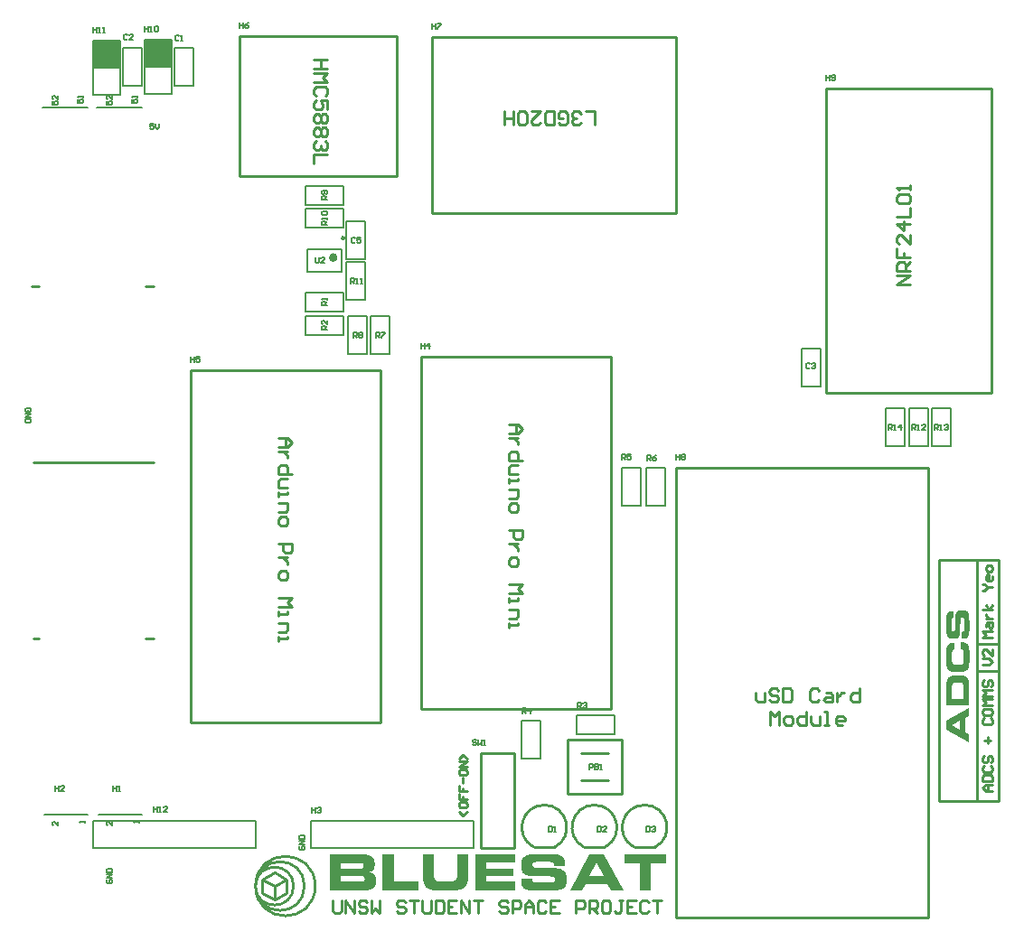
<source format=gto>
G04 Layer_Color=65535*
%FSLAX25Y25*%
%MOIN*%
G70*
G01*
G75*
%ADD13C,0.01000*%
%ADD27C,0.01575*%
%ADD28C,0.00984*%
%ADD29C,0.00787*%
%ADD30C,0.00800*%
%ADD31C,0.00500*%
%ADD32R,0.10000X0.09962*%
G36*
X-186881Y32153D02*
X-197284D01*
Y30029D01*
X-187428D01*
Y27295D01*
X-197284D01*
Y25171D01*
X-186647D01*
Y22000D01*
X-201345D01*
Y35214D01*
X-186881D01*
Y32153D01*
D02*
G37*
G36*
X-172808Y35355D02*
X-172526Y35339D01*
X-172261Y35324D01*
X-172011Y35308D01*
X-171792Y35277D01*
X-171574Y35246D01*
X-171386Y35230D01*
X-171230Y35199D01*
X-171074Y35168D01*
X-170949Y35136D01*
X-170855Y35121D01*
X-170777Y35105D01*
X-170714Y35090D01*
X-170683Y35074D01*
X-170668D01*
X-170308Y34965D01*
X-169996Y34824D01*
X-169730Y34699D01*
X-169527Y34574D01*
X-169355Y34449D01*
X-169231Y34355D01*
X-169168Y34293D01*
X-169137Y34277D01*
X-168949Y34074D01*
X-168809Y33871D01*
X-168684Y33668D01*
X-168606Y33465D01*
X-168543Y33293D01*
X-168496Y33168D01*
X-168465Y33075D01*
Y33059D01*
Y33043D01*
X-168418Y32778D01*
X-168371Y32497D01*
X-168340Y32231D01*
X-168325Y31997D01*
X-168309Y31778D01*
Y31606D01*
Y31544D01*
Y31513D01*
Y31481D01*
Y31466D01*
Y31044D01*
X-172370D01*
Y31294D01*
X-172386Y31388D01*
Y31481D01*
X-172401Y31559D01*
Y31606D01*
X-172417Y31637D01*
Y31653D01*
X-172479Y31825D01*
X-172558Y31966D01*
X-172636Y32044D01*
X-172651Y32075D01*
X-172667D01*
X-172745Y32137D01*
X-172839Y32184D01*
X-173026Y32262D01*
X-173120Y32294D01*
X-173198Y32309D01*
X-173245Y32325D01*
X-173260D01*
X-173417Y32356D01*
X-173589Y32387D01*
X-173776Y32403D01*
X-173948D01*
X-174104Y32419D01*
X-178837D01*
X-179087Y32403D01*
X-179306Y32387D01*
X-179508Y32340D01*
X-179665Y32294D01*
X-179790Y32247D01*
X-179883Y32215D01*
X-179946Y32184D01*
X-179962Y32169D01*
X-180102Y32059D01*
X-180196Y31934D01*
X-180274Y31809D01*
X-180321Y31684D01*
X-180352Y31575D01*
X-180368Y31481D01*
Y31419D01*
Y31388D01*
Y31231D01*
X-180352Y31091D01*
X-180321Y30981D01*
X-180289Y30888D01*
X-180274Y30810D01*
X-180243Y30747D01*
X-180227Y30716D01*
Y30700D01*
X-180165Y30622D01*
X-180071Y30544D01*
X-179852Y30435D01*
X-179759Y30404D01*
X-179665Y30372D01*
X-179602Y30357D01*
X-179587D01*
X-179368Y30325D01*
X-179134Y30294D01*
X-178899Y30263D01*
X-178665Y30247D01*
X-178446D01*
X-178275Y30232D01*
X-177728D01*
X-177306Y30216D01*
X-174698D01*
X-174307Y30200D01*
X-173948D01*
X-173604Y30185D01*
X-173276D01*
X-172979Y30169D01*
X-172714Y30154D01*
X-172479Y30138D01*
X-172276D01*
X-172089Y30122D01*
X-171933Y30107D01*
X-171824D01*
X-171730Y30091D01*
X-171667D01*
X-171386Y30060D01*
X-171136Y30044D01*
X-170886Y29997D01*
X-170652Y29966D01*
X-170449Y29919D01*
X-170246Y29873D01*
X-170074Y29826D01*
X-169918Y29779D01*
X-169762Y29732D01*
X-169637Y29685D01*
X-169543Y29654D01*
X-169449Y29623D01*
X-169387Y29591D01*
X-169340Y29560D01*
X-169309Y29544D01*
X-169293D01*
X-168996Y29357D01*
X-168746Y29154D01*
X-168543Y28951D01*
X-168371Y28748D01*
X-168262Y28560D01*
X-168168Y28404D01*
X-168137Y28342D01*
X-168122Y28295D01*
X-168106Y28279D01*
Y28264D01*
X-167997Y27936D01*
X-167903Y27561D01*
X-167840Y27186D01*
X-167809Y26827D01*
X-167794Y26655D01*
X-167778Y26499D01*
Y26358D01*
X-167762Y26233D01*
Y26139D01*
Y26061D01*
Y26014D01*
Y25999D01*
X-167778Y25515D01*
X-167809Y25093D01*
X-167856Y24734D01*
X-167872Y24562D01*
X-167903Y24421D01*
X-167934Y24281D01*
X-167950Y24171D01*
X-167981Y24078D01*
X-167997Y23999D01*
X-168012Y23921D01*
X-168028Y23874D01*
X-168043Y23859D01*
Y23843D01*
X-168168Y23562D01*
X-168325Y23297D01*
X-168481Y23093D01*
X-168653Y22906D01*
X-168809Y22765D01*
X-168934Y22656D01*
X-169027Y22594D01*
X-169043Y22578D01*
X-169059D01*
X-169355Y22422D01*
X-169668Y22297D01*
X-170012Y22203D01*
X-170324Y22125D01*
X-170621Y22062D01*
X-170746Y22047D01*
X-170839Y22031D01*
X-170933Y22016D01*
X-170996Y22000D01*
X-171058D01*
X-171308Y21969D01*
X-171574Y21953D01*
X-172120Y21922D01*
X-172667Y21891D01*
X-173198Y21875D01*
X-173667D01*
X-173854Y21859D01*
X-179774D01*
X-180227Y21875D01*
X-180633Y21906D01*
X-180821Y21922D01*
X-180977Y21937D01*
X-181133D01*
X-181258Y21953D01*
X-181383Y21969D01*
X-181477Y21984D01*
X-181555D01*
X-181602Y22000D01*
X-181649D01*
X-181992Y22062D01*
X-182320Y22156D01*
X-182586Y22250D01*
X-182820Y22328D01*
X-183007Y22422D01*
X-183148Y22484D01*
X-183226Y22531D01*
X-183257Y22547D01*
X-183476Y22718D01*
X-183648Y22890D01*
X-183804Y23078D01*
X-183945Y23250D01*
X-184038Y23406D01*
X-184101Y23531D01*
X-184148Y23609D01*
X-184163Y23640D01*
X-184257Y23921D01*
X-184319Y24202D01*
X-184382Y24499D01*
X-184413Y24780D01*
X-184429Y25030D01*
Y25140D01*
X-184444Y25233D01*
Y25296D01*
Y25358D01*
Y25390D01*
Y25405D01*
Y26327D01*
X-180383D01*
Y26139D01*
X-180368Y25967D01*
X-180352Y25827D01*
X-180321Y25702D01*
X-180305Y25608D01*
X-180289Y25546D01*
X-180274Y25499D01*
Y25483D01*
X-180180Y25280D01*
X-180071Y25140D01*
X-179977Y25062D01*
X-179962Y25030D01*
X-179946D01*
X-179774Y24937D01*
X-179587Y24874D01*
X-179508Y24859D01*
X-179446D01*
X-179415Y24843D01*
X-179399D01*
X-179134Y24827D01*
X-178899Y24812D01*
X-173432D01*
X-173229Y24827D01*
X-173042D01*
X-172823Y24859D01*
X-172636Y24905D01*
X-172573Y24937D01*
X-172526Y24952D01*
X-172495Y24968D01*
X-172479D01*
X-172308Y25077D01*
X-172183Y25186D01*
X-172120Y25280D01*
X-172089Y25296D01*
Y25311D01*
X-172042Y25405D01*
X-171995Y25499D01*
X-171949Y25702D01*
X-171933Y25780D01*
Y25858D01*
Y25905D01*
Y25921D01*
Y26077D01*
X-171964Y26217D01*
X-171980Y26327D01*
X-172011Y26421D01*
X-172042Y26499D01*
X-172058Y26545D01*
X-172089Y26577D01*
Y26592D01*
X-172167Y26686D01*
X-172276Y26764D01*
X-172386Y26827D01*
X-172511Y26873D01*
X-172636Y26920D01*
X-172730Y26952D01*
X-172792Y26967D01*
X-172823D01*
X-173057Y27014D01*
X-173339Y27045D01*
X-173620Y27077D01*
X-173901Y27092D01*
X-174151Y27108D01*
X-174260D01*
X-174354Y27123D01*
X-174760D01*
X-174994Y27139D01*
X-175510D01*
X-176025Y27155D01*
X-178446D01*
X-178821Y27170D01*
X-179181Y27186D01*
X-179493D01*
X-179805Y27202D01*
X-180071Y27217D01*
X-180321Y27233D01*
X-180540Y27248D01*
X-180743Y27264D01*
X-180899Y27280D01*
X-181039D01*
X-181149Y27295D01*
X-181227Y27311D01*
X-181289D01*
X-181758Y27389D01*
X-182180Y27483D01*
X-182523Y27576D01*
X-182679Y27623D01*
X-182820Y27686D01*
X-182929Y27733D01*
X-183039Y27779D01*
X-183132Y27811D01*
X-183211Y27842D01*
X-183257Y27873D01*
X-183304Y27904D01*
X-183320Y27920D01*
X-183335D01*
X-183570Y28092D01*
X-183773Y28295D01*
X-183929Y28498D01*
X-184054Y28685D01*
X-184132Y28857D01*
X-184195Y28998D01*
X-184226Y29092D01*
X-184241Y29107D01*
Y29123D01*
X-184304Y29435D01*
X-184351Y29763D01*
X-184382Y30107D01*
X-184398Y30419D01*
X-184413Y30700D01*
X-184429Y30810D01*
Y30919D01*
Y31013D01*
Y31075D01*
Y31106D01*
Y31122D01*
Y31450D01*
X-184413Y31762D01*
X-184398Y32044D01*
X-184366Y32294D01*
X-184351Y32497D01*
X-184335Y32653D01*
Y32715D01*
X-184319Y32762D01*
Y32778D01*
Y32793D01*
X-184257Y33075D01*
X-184179Y33340D01*
X-184070Y33559D01*
X-183960Y33762D01*
X-183867Y33918D01*
X-183773Y34043D01*
X-183710Y34106D01*
X-183695Y34137D01*
X-183476Y34340D01*
X-183226Y34512D01*
X-182961Y34668D01*
X-182711Y34793D01*
X-182476Y34887D01*
X-182367Y34933D01*
X-182273Y34965D01*
X-182211Y34996D01*
X-182148Y35012D01*
X-182117Y35027D01*
X-182102D01*
X-181883Y35090D01*
X-181664Y35136D01*
X-181180Y35230D01*
X-180680Y35293D01*
X-180196Y35324D01*
X-179977Y35339D01*
X-179774Y35355D01*
X-179587D01*
X-179415Y35371D01*
X-173120D01*
X-172808Y35355D01*
D02*
G37*
G36*
X-146863Y22000D02*
X-151377D01*
X-152642Y24343D01*
X-160858D01*
X-162045Y22000D01*
X-166575D01*
X-159421Y35214D01*
X-154142D01*
X-146863Y22000D01*
D02*
G37*
G36*
X-130962Y31934D02*
X-136647D01*
Y22000D01*
X-140708D01*
Y31934D01*
X-146410D01*
Y35214D01*
X-130962D01*
Y31934D01*
D02*
G37*
G36*
X-204063Y26702D02*
X-204079Y26249D01*
X-204126Y25827D01*
X-204188Y25436D01*
X-204266Y25077D01*
X-204360Y24749D01*
X-204485Y24452D01*
X-204594Y24171D01*
X-204719Y23937D01*
X-204844Y23718D01*
X-204954Y23531D01*
X-205063Y23390D01*
X-205172Y23250D01*
X-205250Y23156D01*
X-205313Y23093D01*
X-205360Y23046D01*
X-205375Y23031D01*
X-205641Y22828D01*
X-205922Y22640D01*
X-206250Y22484D01*
X-206578Y22359D01*
X-206906Y22234D01*
X-207250Y22141D01*
X-207593Y22062D01*
X-207921Y22000D01*
X-208249Y21953D01*
X-208546Y21922D01*
X-208812Y21891D01*
X-209046Y21875D01*
X-209233D01*
X-209374Y21859D01*
X-215310D01*
X-215825Y21875D01*
X-216294Y21906D01*
X-216731Y21969D01*
X-217137Y22047D01*
X-217512Y22125D01*
X-217856Y22234D01*
X-218152Y22344D01*
X-218418Y22453D01*
X-218668Y22562D01*
X-218871Y22656D01*
X-219043Y22765D01*
X-219183Y22843D01*
X-219293Y22922D01*
X-219371Y22984D01*
X-219418Y23015D01*
X-219433Y23031D01*
X-219668Y23265D01*
X-219855Y23531D01*
X-220027Y23812D01*
X-220183Y24109D01*
X-220308Y24406D01*
X-220417Y24718D01*
X-220495Y25015D01*
X-220573Y25311D01*
X-220620Y25593D01*
X-220667Y25858D01*
X-220683Y26092D01*
X-220714Y26296D01*
Y26467D01*
X-220730Y26592D01*
Y26670D01*
Y26702D01*
Y35214D01*
X-216669D01*
Y27576D01*
Y27342D01*
X-216653Y27139D01*
X-216622Y26936D01*
X-216590Y26764D01*
X-216559Y26592D01*
X-216512Y26452D01*
X-216419Y26202D01*
X-216325Y26014D01*
X-216247Y25889D01*
X-216184Y25811D01*
X-216169Y25780D01*
X-216059Y25686D01*
X-215950Y25608D01*
X-215685Y25468D01*
X-215388Y25374D01*
X-215107Y25311D01*
X-214841Y25280D01*
X-214716Y25265D01*
X-214622D01*
X-214529Y25249D01*
X-210171D01*
X-209952Y25265D01*
X-209765Y25296D01*
X-209593Y25327D01*
X-209436Y25374D01*
X-209296Y25421D01*
X-209046Y25515D01*
X-208874Y25608D01*
X-208734Y25702D01*
X-208671Y25764D01*
X-208640Y25780D01*
X-208546Y25889D01*
X-208468Y26014D01*
X-208343Y26280D01*
X-208249Y26577D01*
X-208187Y26873D01*
X-208156Y27155D01*
X-208140Y27264D01*
X-208124Y27373D01*
Y27451D01*
Y27514D01*
Y27561D01*
Y27576D01*
Y35214D01*
X-204063D01*
Y26702D01*
D02*
G37*
G36*
X-19333Y86235D02*
X-20809Y85438D01*
Y80262D01*
X-19333Y79514D01*
Y76661D01*
X-27657Y81168D01*
Y84493D01*
X-19333Y89079D01*
Y86235D01*
D02*
G37*
G36*
X-21547Y113443D02*
X-21370Y113433D01*
X-21202Y113413D01*
X-21055Y113393D01*
X-20927Y113364D01*
X-20838Y113344D01*
X-20779Y113334D01*
X-20769Y113325D01*
X-20760D01*
X-20592Y113275D01*
X-20445Y113207D01*
X-20307Y113128D01*
X-20189Y113059D01*
X-20100Y112980D01*
X-20022Y112931D01*
X-19982Y112892D01*
X-19963Y112872D01*
X-19844Y112734D01*
X-19736Y112587D01*
X-19648Y112429D01*
X-19569Y112282D01*
X-19510Y112144D01*
X-19470Y112036D01*
X-19451Y111996D01*
X-19441Y111967D01*
X-19431Y111947D01*
Y111937D01*
X-19372Y111701D01*
X-19323Y111435D01*
X-19293Y111179D01*
X-19264Y110933D01*
Y110815D01*
X-19254Y110707D01*
Y110619D01*
X-19244Y110530D01*
Y110461D01*
Y110412D01*
Y110382D01*
Y110373D01*
Y106260D01*
X-19254Y105945D01*
X-19264Y105649D01*
X-19284Y105394D01*
X-19293Y105275D01*
X-19303Y105167D01*
X-19313Y105059D01*
X-19323Y104980D01*
X-19333Y104902D01*
X-19343Y104833D01*
X-19352Y104783D01*
X-19362Y104744D01*
Y104724D01*
Y104715D01*
X-19421Y104469D01*
X-19490Y104242D01*
X-19569Y104045D01*
X-19638Y103878D01*
X-19716Y103740D01*
X-19776Y103642D01*
X-19795Y103603D01*
X-19815Y103573D01*
X-19825Y103563D01*
Y103553D01*
X-19963Y103386D01*
X-20110Y103239D01*
X-20268Y103121D01*
X-20415Y103022D01*
X-20553Y102934D01*
X-20651Y102884D01*
X-20691Y102865D01*
X-20720Y102845D01*
X-20740Y102835D01*
X-20750D01*
X-20986Y102756D01*
X-21232Y102697D01*
X-21478Y102648D01*
X-21724Y102619D01*
X-21832Y102609D01*
X-21930Y102599D01*
X-22019D01*
X-22098Y102589D01*
X-24735D01*
X-25060Y102599D01*
X-25355Y102629D01*
X-25483Y102648D01*
X-25611Y102668D01*
X-25719Y102688D01*
X-25827Y102717D01*
X-25916Y102737D01*
X-25994Y102756D01*
X-26073Y102776D01*
X-26122Y102796D01*
X-26172Y102815D01*
X-26201Y102825D01*
X-26221Y102835D01*
X-26231D01*
X-26437Y102934D01*
X-26624Y103052D01*
X-26782Y103170D01*
X-26919Y103288D01*
X-27018Y103396D01*
X-27097Y103475D01*
X-27136Y103534D01*
X-27156Y103544D01*
Y103553D01*
X-27274Y103740D01*
X-27372Y103937D01*
X-27461Y104134D01*
X-27520Y104311D01*
X-27569Y104478D01*
X-27588Y104547D01*
X-27598Y104596D01*
X-27618Y104646D01*
Y104685D01*
X-27628Y104705D01*
Y104715D01*
X-27667Y104980D01*
X-27707Y105246D01*
X-27726Y105502D01*
X-27736Y105738D01*
X-27746Y105846D01*
Y105945D01*
X-27756Y106033D01*
Y106102D01*
Y106171D01*
Y106210D01*
Y106240D01*
Y106250D01*
Y109261D01*
Y109507D01*
X-27746Y109743D01*
X-27736Y109959D01*
X-27726Y110166D01*
X-27716Y110363D01*
X-27707Y110540D01*
X-27687Y110697D01*
X-27677Y110845D01*
X-27657Y110983D01*
X-27638Y111101D01*
X-27628Y111199D01*
X-27618Y111278D01*
X-27608Y111337D01*
X-27598Y111386D01*
X-27588Y111416D01*
Y111425D01*
X-27520Y111711D01*
X-27441Y111967D01*
X-27352Y112173D01*
X-27264Y112350D01*
X-27185Y112488D01*
X-27116Y112587D01*
X-27077Y112646D01*
X-27057Y112665D01*
X-26910Y112813D01*
X-26752Y112941D01*
X-26595Y113029D01*
X-26437Y113108D01*
X-26300Y113167D01*
X-26191Y113197D01*
X-26152Y113216D01*
X-26122D01*
X-26103Y113226D01*
X-26093D01*
X-25857Y113266D01*
X-25611Y113295D01*
X-25365Y113325D01*
X-25138Y113334D01*
X-25030D01*
X-24932Y113344D01*
X-24617D01*
Y110786D01*
X-24843D01*
X-25001Y110776D01*
X-25128Y110737D01*
X-25237Y110687D01*
X-25315Y110628D01*
X-25384Y110569D01*
X-25424Y110520D01*
X-25443Y110481D01*
X-25453Y110471D01*
X-25512Y110343D01*
X-25552Y110196D01*
X-25581Y110048D01*
X-25601Y109910D01*
X-25611Y109782D01*
X-25620Y109684D01*
Y109644D01*
Y109615D01*
Y109595D01*
Y109585D01*
Y106810D01*
Y106624D01*
X-25601Y106466D01*
X-25581Y106328D01*
X-25561Y106210D01*
X-25542Y106112D01*
X-25522Y106043D01*
X-25512Y106004D01*
X-25502Y105984D01*
X-25453Y105876D01*
X-25404Y105777D01*
X-25345Y105699D01*
X-25296Y105630D01*
X-25247Y105571D01*
X-25207Y105531D01*
X-25178Y105512D01*
X-25168Y105502D01*
X-25079Y105443D01*
X-24991Y105394D01*
X-24912Y105354D01*
X-24824Y105325D01*
X-24755Y105305D01*
X-24696Y105285D01*
X-24656Y105275D01*
X-24646D01*
X-24410Y105246D01*
X-24292Y105226D01*
X-24184D01*
X-24085Y105216D01*
X-22885D01*
X-22737Y105226D01*
X-22610Y105236D01*
X-22491Y105246D01*
X-22403D01*
X-22334Y105256D01*
X-22295Y105266D01*
X-22275D01*
X-22157Y105295D01*
X-22058Y105325D01*
X-21970Y105364D01*
X-21891Y105394D01*
X-21832Y105433D01*
X-21793Y105453D01*
X-21763Y105472D01*
X-21753Y105482D01*
X-21685Y105551D01*
X-21625Y105620D01*
X-21537Y105768D01*
X-21507Y105836D01*
X-21488Y105886D01*
X-21468Y105925D01*
Y105935D01*
X-21439Y106053D01*
X-21419Y106171D01*
X-21399Y106299D01*
X-21389Y106407D01*
Y106515D01*
X-21380Y106594D01*
Y106653D01*
Y106673D01*
Y109398D01*
Y109546D01*
X-21389Y109684D01*
Y109812D01*
X-21399Y109910D01*
Y109999D01*
X-21409Y110058D01*
Y110097D01*
Y110107D01*
X-21429Y110205D01*
X-21448Y110294D01*
X-21478Y110373D01*
X-21507Y110442D01*
X-21527Y110491D01*
X-21547Y110530D01*
X-21566Y110550D01*
Y110560D01*
X-21616Y110619D01*
X-21675Y110678D01*
X-21783Y110756D01*
X-21832Y110786D01*
X-21871Y110806D01*
X-21901Y110815D01*
X-21911D01*
X-21999Y110845D01*
X-22098Y110865D01*
X-22206Y110874D01*
X-22304Y110884D01*
X-22383Y110894D01*
X-22521D01*
Y113452D01*
X-21744D01*
X-21547Y113443D01*
D02*
G37*
G36*
Y125329D02*
X-21281Y125310D01*
X-21055Y125280D01*
X-20946Y125270D01*
X-20858Y125251D01*
X-20769Y125231D01*
X-20700Y125221D01*
X-20641Y125201D01*
X-20592Y125192D01*
X-20543Y125182D01*
X-20514Y125172D01*
X-20504Y125162D01*
X-20494D01*
X-20317Y125083D01*
X-20150Y124985D01*
X-20022Y124887D01*
X-19904Y124778D01*
X-19815Y124680D01*
X-19746Y124601D01*
X-19707Y124542D01*
X-19697Y124532D01*
Y124522D01*
X-19598Y124336D01*
X-19520Y124139D01*
X-19461Y123922D01*
X-19411Y123725D01*
X-19372Y123538D01*
X-19362Y123460D01*
X-19352Y123401D01*
X-19343Y123342D01*
X-19333Y123302D01*
Y123273D01*
Y123263D01*
X-19313Y123106D01*
X-19303Y122938D01*
X-19284Y122594D01*
X-19264Y122249D01*
X-19254Y121915D01*
Y121767D01*
Y121620D01*
X-19244Y121502D01*
Y121393D01*
Y121305D01*
Y121236D01*
Y121197D01*
Y121177D01*
Y118087D01*
Y117772D01*
X-19254Y117487D01*
X-19274Y117231D01*
X-19284Y117113D01*
X-19293Y117015D01*
Y116916D01*
X-19303Y116838D01*
X-19313Y116759D01*
X-19323Y116700D01*
Y116650D01*
X-19333Y116621D01*
Y116601D01*
Y116592D01*
X-19372Y116375D01*
X-19431Y116168D01*
X-19490Y116001D01*
X-19539Y115854D01*
X-19598Y115735D01*
X-19638Y115647D01*
X-19667Y115598D01*
X-19677Y115578D01*
X-19785Y115440D01*
X-19894Y115332D01*
X-20012Y115234D01*
X-20120Y115145D01*
X-20218Y115086D01*
X-20297Y115047D01*
X-20346Y115017D01*
X-20366Y115007D01*
X-20543Y114948D01*
X-20720Y114909D01*
X-20907Y114869D01*
X-21084Y114850D01*
X-21242Y114840D01*
X-21311D01*
X-21370Y114830D01*
X-22058D01*
Y117388D01*
X-21940D01*
X-21832Y117398D01*
X-21744Y117408D01*
X-21665Y117428D01*
X-21606Y117438D01*
X-21566Y117448D01*
X-21537Y117457D01*
X-21527D01*
X-21399Y117516D01*
X-21311Y117585D01*
X-21261Y117644D01*
X-21242Y117654D01*
Y117664D01*
X-21183Y117772D01*
X-21143Y117890D01*
X-21134Y117940D01*
Y117979D01*
X-21124Y117999D01*
Y118008D01*
X-21114Y118176D01*
X-21104Y118323D01*
Y118392D01*
Y118441D01*
Y118481D01*
Y118491D01*
Y121620D01*
Y121767D01*
X-21114Y121895D01*
Y121944D01*
Y121984D01*
Y122003D01*
Y122013D01*
X-21134Y122151D01*
X-21163Y122269D01*
X-21183Y122309D01*
X-21192Y122338D01*
X-21202Y122358D01*
Y122368D01*
X-21271Y122476D01*
X-21340Y122555D01*
X-21399Y122594D01*
X-21409Y122614D01*
X-21419D01*
X-21478Y122643D01*
X-21537Y122673D01*
X-21665Y122702D01*
X-21714Y122712D01*
X-21901D01*
X-21990Y122692D01*
X-22058Y122682D01*
X-22118Y122663D01*
X-22167Y122643D01*
X-22196Y122633D01*
X-22216Y122614D01*
X-22226D01*
X-22285Y122564D01*
X-22334Y122495D01*
X-22373Y122427D01*
X-22403Y122348D01*
X-22432Y122269D01*
X-22452Y122210D01*
X-22462Y122171D01*
Y122151D01*
X-22491Y122003D01*
X-22511Y121826D01*
X-22531Y121649D01*
X-22541Y121472D01*
X-22550Y121315D01*
Y121246D01*
X-22560Y121187D01*
Y121138D01*
Y121098D01*
Y121079D01*
Y121069D01*
Y120931D01*
X-22570Y120783D01*
Y120459D01*
X-22580Y120134D01*
Y119829D01*
Y119681D01*
Y119544D01*
Y119425D01*
Y119327D01*
Y119238D01*
Y119179D01*
Y119130D01*
Y119120D01*
Y118855D01*
Y118609D01*
X-22590Y118372D01*
X-22600Y118146D01*
Y117949D01*
X-22610Y117753D01*
X-22619Y117585D01*
X-22629Y117428D01*
X-22639Y117290D01*
X-22649Y117162D01*
X-22659Y117064D01*
Y116975D01*
X-22669Y116906D01*
X-22678Y116857D01*
Y116828D01*
Y116818D01*
X-22728Y116523D01*
X-22787Y116257D01*
X-22846Y116040D01*
X-22875Y115942D01*
X-22915Y115854D01*
X-22944Y115785D01*
X-22974Y115716D01*
X-22993Y115657D01*
X-23013Y115608D01*
X-23033Y115578D01*
X-23052Y115548D01*
X-23062Y115539D01*
Y115529D01*
X-23170Y115381D01*
X-23298Y115253D01*
X-23426Y115155D01*
X-23544Y115076D01*
X-23652Y115027D01*
X-23741Y114988D01*
X-23800Y114968D01*
X-23810Y114958D01*
X-23820D01*
X-24017Y114919D01*
X-24223Y114889D01*
X-24440Y114869D01*
X-24636Y114860D01*
X-24814Y114850D01*
X-24882Y114840D01*
X-25286D01*
X-25483Y114850D01*
X-25660Y114860D01*
X-25817Y114879D01*
X-25945Y114889D01*
X-26044Y114899D01*
X-26083D01*
X-26112Y114909D01*
X-26132D01*
X-26309Y114948D01*
X-26477Y114997D01*
X-26614Y115066D01*
X-26742Y115135D01*
X-26841Y115194D01*
X-26919Y115253D01*
X-26959Y115293D01*
X-26978Y115302D01*
X-27106Y115440D01*
X-27215Y115598D01*
X-27313Y115765D01*
X-27392Y115922D01*
X-27451Y116070D01*
X-27480Y116139D01*
X-27500Y116198D01*
X-27520Y116237D01*
X-27529Y116277D01*
X-27539Y116296D01*
Y116306D01*
X-27579Y116444D01*
X-27608Y116582D01*
X-27667Y116887D01*
X-27707Y117202D01*
X-27726Y117507D01*
X-27736Y117644D01*
X-27746Y117772D01*
Y117890D01*
X-27756Y117999D01*
Y118077D01*
Y118146D01*
Y118186D01*
Y118195D01*
Y121767D01*
Y121964D01*
X-27746Y122161D01*
X-27736Y122338D01*
X-27726Y122505D01*
X-27716Y122663D01*
X-27697Y122801D01*
X-27677Y122938D01*
X-27667Y123056D01*
X-27648Y123155D01*
X-27628Y123253D01*
X-27608Y123332D01*
X-27598Y123391D01*
X-27588Y123440D01*
X-27579Y123479D01*
X-27569Y123499D01*
Y123509D01*
X-27500Y123735D01*
X-27411Y123932D01*
X-27333Y124099D01*
X-27254Y124227D01*
X-27175Y124336D01*
X-27116Y124414D01*
X-27077Y124454D01*
X-27067Y124473D01*
X-26939Y124591D01*
X-26811Y124680D01*
X-26683Y124759D01*
X-26555Y124808D01*
X-26447Y124847D01*
X-26368Y124877D01*
X-26309Y124896D01*
X-26290D01*
X-26122Y124926D01*
X-25945Y124955D01*
X-25778Y124975D01*
X-25630Y124985D01*
X-25493Y124995D01*
X-25030D01*
Y122436D01*
X-25188D01*
X-25247Y122427D01*
X-25306D01*
X-25355Y122417D01*
X-25384D01*
X-25404Y122407D01*
X-25414D01*
X-25522Y122368D01*
X-25611Y122318D01*
X-25660Y122269D01*
X-25680Y122259D01*
Y122249D01*
X-25719Y122200D01*
X-25748Y122141D01*
X-25798Y122023D01*
X-25817Y121964D01*
X-25827Y121915D01*
X-25837Y121885D01*
Y121876D01*
X-25857Y121777D01*
X-25876Y121669D01*
X-25886Y121551D01*
Y121443D01*
X-25896Y121344D01*
Y121256D01*
Y121206D01*
Y121197D01*
Y121187D01*
Y118363D01*
X-25886Y118205D01*
X-25876Y118068D01*
X-25847Y117940D01*
X-25817Y117841D01*
X-25788Y117762D01*
X-25768Y117703D01*
X-25748Y117664D01*
X-25739Y117654D01*
X-25670Y117566D01*
X-25591Y117507D01*
X-25512Y117457D01*
X-25434Y117428D01*
X-25365Y117408D01*
X-25306Y117398D01*
X-25148D01*
X-25060Y117408D01*
X-24991Y117428D01*
X-24932Y117448D01*
X-24882Y117457D01*
X-24843Y117477D01*
X-24824Y117487D01*
X-24814D01*
X-24764Y117526D01*
X-24715Y117585D01*
X-24646Y117723D01*
X-24627Y117782D01*
X-24607Y117841D01*
X-24597Y117880D01*
Y117890D01*
X-24577Y118028D01*
X-24558Y118176D01*
X-24538Y118323D01*
X-24528Y118471D01*
Y118609D01*
X-24518Y118717D01*
Y118756D01*
Y118786D01*
Y118806D01*
Y118815D01*
Y118933D01*
Y119061D01*
X-24509Y119327D01*
Y119593D01*
Y119849D01*
Y119976D01*
Y120085D01*
Y120183D01*
Y120272D01*
Y120341D01*
Y120390D01*
Y120429D01*
Y120439D01*
Y120714D01*
Y120970D01*
X-24499Y121216D01*
Y121443D01*
X-24489Y121659D01*
Y121866D01*
X-24479Y122053D01*
X-24469Y122220D01*
X-24459Y122368D01*
Y122495D01*
X-24450Y122614D01*
X-24440Y122712D01*
Y122781D01*
X-24430Y122840D01*
Y122869D01*
Y122879D01*
X-24410Y123056D01*
X-24400Y123214D01*
X-24371Y123371D01*
X-24351Y123519D01*
X-24322Y123647D01*
X-24292Y123775D01*
X-24263Y123883D01*
X-24233Y123981D01*
X-24204Y124080D01*
X-24174Y124158D01*
X-24154Y124217D01*
X-24135Y124276D01*
X-24115Y124316D01*
X-24095Y124345D01*
X-24085Y124365D01*
Y124375D01*
X-23967Y124562D01*
X-23840Y124719D01*
X-23712Y124847D01*
X-23584Y124955D01*
X-23466Y125024D01*
X-23367Y125083D01*
X-23328Y125103D01*
X-23298Y125113D01*
X-23288Y125123D01*
X-23279D01*
X-23072Y125192D01*
X-22836Y125251D01*
X-22600Y125290D01*
X-22373Y125310D01*
X-22265Y125320D01*
X-22167Y125329D01*
X-22078D01*
X-21999Y125339D01*
X-21852D01*
X-21547Y125329D01*
D02*
G37*
G36*
X-242473Y35183D02*
X-242113Y35152D01*
X-241817Y35121D01*
X-241676Y35105D01*
X-241551Y35090D01*
X-241458Y35074D01*
X-241364Y35058D01*
X-241301Y35043D01*
X-241254D01*
X-241223Y35027D01*
X-241208D01*
X-240880Y34949D01*
X-240583Y34871D01*
X-240333Y34762D01*
X-240114Y34668D01*
X-239942Y34590D01*
X-239817Y34512D01*
X-239739Y34465D01*
X-239708Y34449D01*
X-239489Y34293D01*
X-239302Y34106D01*
X-239146Y33934D01*
X-239021Y33762D01*
X-238927Y33606D01*
X-238864Y33481D01*
X-238818Y33403D01*
X-238802Y33387D01*
Y33371D01*
X-238708Y33121D01*
X-238630Y32840D01*
X-238583Y32575D01*
X-238537Y32309D01*
X-238521Y32090D01*
X-238505Y31903D01*
Y31841D01*
Y31794D01*
Y31762D01*
Y31747D01*
Y31435D01*
X-238537Y31169D01*
X-238552Y30935D01*
X-238583Y30732D01*
X-238615Y30575D01*
X-238630Y30450D01*
X-238662Y30388D01*
Y30357D01*
X-238724Y30169D01*
X-238786Y29997D01*
X-238849Y29857D01*
X-238911Y29732D01*
X-238974Y29623D01*
X-239021Y29560D01*
X-239052Y29513D01*
X-239068Y29498D01*
X-239271Y29279D01*
X-239474Y29123D01*
X-239567Y29076D01*
X-239630Y29029D01*
X-239677Y29013D01*
X-239692Y28998D01*
X-239958Y28888D01*
X-240099Y28842D01*
X-240224Y28795D01*
X-240317Y28763D01*
X-240395Y28732D01*
X-240458Y28717D01*
X-240473D01*
Y28654D01*
X-240239Y28623D01*
X-240005Y28576D01*
X-239802Y28514D01*
X-239614Y28451D01*
X-239442Y28373D01*
X-239302Y28295D01*
X-239161Y28217D01*
X-239036Y28139D01*
X-238849Y27998D01*
X-238708Y27873D01*
X-238630Y27779D01*
X-238599Y27764D01*
Y27748D01*
X-238505Y27608D01*
X-238412Y27436D01*
X-238271Y27077D01*
X-238177Y26702D01*
X-238099Y26342D01*
X-238068Y26014D01*
X-238052Y25874D01*
Y25749D01*
X-238037Y25640D01*
Y25561D01*
Y25515D01*
Y25499D01*
X-238052Y25108D01*
X-238084Y24765D01*
X-238130Y24452D01*
X-238193Y24202D01*
X-238255Y23999D01*
X-238302Y23843D01*
X-238334Y23749D01*
X-238349Y23734D01*
Y23718D01*
X-238474Y23468D01*
X-238599Y23265D01*
X-238740Y23078D01*
X-238880Y22922D01*
X-239005Y22797D01*
X-239099Y22718D01*
X-239161Y22656D01*
X-239193Y22640D01*
X-239396Y22515D01*
X-239614Y22406D01*
X-239833Y22312D01*
X-240036Y22250D01*
X-240208Y22187D01*
X-240348Y22156D01*
X-240442Y22125D01*
X-240473D01*
X-241036Y22047D01*
X-241301Y22031D01*
X-241551Y22016D01*
X-241770Y22000D01*
X-255000D01*
Y35214D01*
X-242879D01*
X-242473Y35183D01*
D02*
G37*
G36*
X-231554Y25390D02*
X-222448D01*
Y22000D01*
X-235616D01*
Y35214D01*
X-231554D01*
Y25390D01*
D02*
G37*
G36*
X-21950Y101221D02*
X-21694Y101202D01*
X-21468Y101172D01*
X-21281Y101143D01*
X-21192Y101123D01*
X-21124Y101103D01*
X-21055Y101084D01*
X-21006Y101074D01*
X-20966Y101064D01*
X-20937Y101054D01*
X-20917Y101044D01*
X-20907D01*
X-20710Y100966D01*
X-20533Y100877D01*
X-20376Y100779D01*
X-20248Y100680D01*
X-20140Y100592D01*
X-20071Y100523D01*
X-20022Y100474D01*
X-20002Y100454D01*
X-19874Y100296D01*
X-19776Y100119D01*
X-19687Y99942D01*
X-19618Y99775D01*
X-19559Y99617D01*
X-19539Y99558D01*
X-19520Y99499D01*
X-19510Y99450D01*
X-19500Y99421D01*
X-19490Y99401D01*
Y99391D01*
X-19441Y99135D01*
X-19402Y98860D01*
X-19372Y98594D01*
X-19352Y98338D01*
X-19343Y98220D01*
Y98112D01*
Y98023D01*
X-19333Y97935D01*
Y97866D01*
Y97817D01*
Y97787D01*
Y97777D01*
Y90073D01*
X-27657D01*
Y97777D01*
X-27648Y98122D01*
X-27628Y98437D01*
X-27618Y98574D01*
X-27608Y98712D01*
X-27588Y98830D01*
X-27579Y98939D01*
X-27559Y99047D01*
X-27539Y99135D01*
X-27529Y99214D01*
X-27520Y99273D01*
X-27510Y99322D01*
X-27500Y99362D01*
X-27490Y99381D01*
Y99391D01*
X-27421Y99627D01*
X-27343Y99834D01*
X-27264Y100021D01*
X-27175Y100169D01*
X-27097Y100296D01*
X-27038Y100385D01*
X-26998Y100434D01*
X-26978Y100454D01*
X-26841Y100601D01*
X-26693Y100720D01*
X-26546Y100818D01*
X-26398Y100907D01*
X-26270Y100966D01*
X-26162Y101015D01*
X-26132Y101025D01*
X-26103Y101034D01*
X-26083Y101044D01*
X-26073D01*
X-25857Y101103D01*
X-25630Y101153D01*
X-25414Y101182D01*
X-25207Y101212D01*
X-25030Y101221D01*
X-24951D01*
X-24882Y101231D01*
X-22226D01*
X-21950Y101221D01*
D02*
G37*
%LPC*%
G36*
X-156781Y32137D02*
X-159343Y27186D01*
X-154157D01*
X-156781Y32137D01*
D02*
G37*
G36*
X-22600Y84484D02*
X-25719Y82830D01*
X-22600Y81217D01*
Y84484D01*
D02*
G37*
G36*
X-243675Y32044D02*
X-250939D01*
Y29982D01*
X-243769D01*
X-243566Y29997D01*
X-243379Y30013D01*
X-243238Y30044D01*
X-243113Y30091D01*
X-243004Y30138D01*
X-242941Y30169D01*
X-242895Y30185D01*
X-242879Y30200D01*
X-242770Y30310D01*
X-242691Y30419D01*
X-242645Y30560D01*
X-242598Y30685D01*
X-242582Y30810D01*
X-242566Y30903D01*
Y30966D01*
Y30997D01*
X-242582Y31200D01*
X-242613Y31372D01*
X-242660Y31513D01*
X-242723Y31622D01*
X-242785Y31700D01*
X-242832Y31762D01*
X-242863Y31794D01*
X-242879Y31809D01*
X-243004Y31888D01*
X-243144Y31950D01*
X-243301Y31981D01*
X-243441Y32012D01*
X-243566Y32028D01*
X-243675Y32044D01*
D02*
G37*
G36*
X-243566Y27248D02*
X-250939D01*
Y25171D01*
X-243675D01*
X-243441Y25186D01*
X-243238Y25202D01*
X-243051Y25233D01*
X-242895Y25265D01*
X-242770Y25296D01*
X-242691Y25327D01*
X-242629Y25358D01*
X-242613D01*
X-242473Y25452D01*
X-242379Y25561D01*
X-242301Y25686D01*
X-242254Y25827D01*
X-242223Y25936D01*
X-242207Y26046D01*
Y26108D01*
Y26139D01*
X-242223Y26374D01*
X-242270Y26561D01*
X-242332Y26717D01*
X-242410Y26842D01*
X-242488Y26920D01*
X-242551Y26983D01*
X-242598Y27014D01*
X-242613Y27030D01*
X-242770Y27108D01*
X-242957Y27155D01*
X-243129Y27202D01*
X-243301Y27217D01*
X-243441Y27233D01*
X-243566Y27248D01*
D02*
G37*
G36*
X-22806Y98673D02*
X-24243D01*
X-24390Y98663D01*
X-24518Y98643D01*
X-24627Y98633D01*
X-24705Y98614D01*
X-24774Y98594D01*
X-24814Y98584D01*
X-24824D01*
X-24932Y98545D01*
X-25020Y98506D01*
X-25099Y98466D01*
X-25158Y98417D01*
X-25207Y98378D01*
X-25247Y98348D01*
X-25266Y98328D01*
X-25276Y98319D01*
X-25335Y98250D01*
X-25384Y98171D01*
X-25453Y98014D01*
X-25483Y97945D01*
X-25502Y97895D01*
X-25512Y97856D01*
Y97846D01*
X-25542Y97738D01*
X-25561Y97620D01*
X-25571Y97502D01*
X-25581Y97394D01*
X-25591Y97295D01*
Y97216D01*
Y97167D01*
Y97148D01*
Y92631D01*
X-21468D01*
Y97148D01*
Y97295D01*
X-21478Y97433D01*
X-21488Y97551D01*
X-21507Y97650D01*
X-21517Y97738D01*
X-21527Y97797D01*
X-21537Y97836D01*
Y97846D01*
X-21566Y97954D01*
X-21606Y98043D01*
X-21635Y98122D01*
X-21675Y98191D01*
X-21714Y98250D01*
X-21734Y98289D01*
X-21753Y98309D01*
X-21763Y98319D01*
X-21832Y98378D01*
X-21901Y98437D01*
X-22049Y98515D01*
X-22118Y98545D01*
X-22167Y98565D01*
X-22206Y98584D01*
X-22216D01*
X-22334Y98614D01*
X-22462Y98633D01*
X-22580Y98653D01*
X-22698Y98663D01*
X-22806Y98673D01*
D02*
G37*
%LPD*%
D13*
X-268500Y23500D02*
G03*
X-268500Y23500I-7000J0D01*
G01*
X-264500D02*
G03*
X-264500Y23500I-9000J0D01*
G01*
X-260500D02*
G03*
X-260500Y23500I-11000J0D01*
G01*
X-135176Y37839D02*
G03*
X-142851Y37853I-3824J7330D01*
G01*
X-153676Y37839D02*
G03*
X-161351Y37853I-3824J7330D01*
G01*
X-172176Y37839D02*
G03*
X-179851Y37853I-3824J7330D01*
G01*
X-30500Y55000D02*
Y144000D01*
X-16500Y103000D02*
X-8500D01*
X-323000Y115000D02*
X-320000D01*
X-364500D02*
X-362500D01*
X-323000Y245000D02*
X-320000D01*
X-365000D02*
X-362500D01*
X-364500Y180000D02*
X-320000D01*
X-16500Y55000D02*
Y144000D01*
X-30500Y55000D02*
X-8500D01*
Y144000D01*
X-16500Y113000D02*
X-8500D01*
X-30500Y144000D02*
X-8500D01*
X-275500Y18500D02*
Y23500D01*
X-280000Y21000D02*
X-275500Y18500D01*
X-271000Y21000D01*
X-280000Y26000D02*
X-275500Y23500D01*
X-280000Y21000D02*
Y26000D01*
X-271000Y21000D02*
Y26000D01*
X-275500Y23500D02*
X-271000Y26000D01*
X-275500Y28500D02*
X-271000Y26000D01*
X-280000D02*
X-275500Y28500D01*
X-72000Y205500D02*
Y318000D01*
Y205500D02*
X-11000D01*
X-72000Y318000D02*
X-11000D01*
Y205500D02*
Y318000D01*
X-127500Y12000D02*
Y178000D01*
Y12000D02*
X-34500D01*
X-127500Y178000D02*
X-34500D01*
Y12000D02*
Y178000D01*
X-217500Y272000D02*
Y337000D01*
Y272000D02*
X-127500D01*
X-217500Y337000D02*
X-127500D01*
Y272000D02*
Y337000D01*
X-288362Y285488D02*
Y337063D01*
Y285488D02*
X-230488D01*
X-288362Y337063D02*
X-230488D01*
Y285488D02*
Y337063D01*
X-306500Y84000D02*
Y214000D01*
Y84000D02*
X-236500D01*
X-306500Y214000D02*
X-236500D01*
Y84000D02*
Y214000D01*
X-221500Y89000D02*
Y219000D01*
Y89000D02*
X-151500D01*
X-221500Y219000D02*
X-151500D01*
Y89000D02*
Y219000D01*
X-187000Y37500D02*
Y72500D01*
X-199500D02*
X-187000D01*
X-199500Y37500D02*
X-187000D01*
X-199500D02*
Y72500D01*
X-167500Y77500D02*
X-147500D01*
Y57500D02*
Y77500D01*
X-167500Y57500D02*
X-147500D01*
X-162500Y72500D02*
X-152500D01*
X-167500Y57500D02*
Y77500D01*
X-162500Y62500D02*
X-152500D01*
X-142851Y37853D02*
X-135176Y37839D01*
X-161351Y37853D02*
X-153676Y37839D01*
X-179851Y37853D02*
X-172176Y37839D01*
X-14249Y105084D02*
X-11917D01*
X-10751Y106251D01*
X-11917Y107417D01*
X-14249D01*
X-10751Y110916D02*
Y108583D01*
X-13083Y110916D01*
X-13666D01*
X-14249Y110333D01*
Y109166D01*
X-13666Y108583D01*
X-10751Y58590D02*
X-13083D01*
X-14249Y59756D01*
X-13083Y60922D01*
X-10751D01*
X-12500D01*
Y58590D01*
X-14249Y62089D02*
X-10751D01*
Y63838D01*
X-11334Y64421D01*
X-13666D01*
X-14249Y63838D01*
Y62089D01*
X-13666Y67920D02*
X-14249Y67337D01*
Y66171D01*
X-13666Y65588D01*
X-11334D01*
X-10751Y66171D01*
Y67337D01*
X-11334Y67920D01*
X-13666Y71419D02*
X-14249Y70836D01*
Y69670D01*
X-13666Y69086D01*
X-13083D01*
X-12500Y69670D01*
Y70836D01*
X-11917Y71419D01*
X-11334D01*
X-10751Y70836D01*
Y69670D01*
X-11334Y69086D01*
X-12500Y76084D02*
Y78417D01*
X-13666Y77251D02*
X-11334D01*
X-13666Y85415D02*
X-14249Y84831D01*
Y83665D01*
X-13666Y83082D01*
X-11334D01*
X-10751Y83665D01*
Y84831D01*
X-11334Y85415D01*
X-14249Y88330D02*
Y87164D01*
X-13666Y86581D01*
X-11334D01*
X-10751Y87164D01*
Y88330D01*
X-11334Y88914D01*
X-13666D01*
X-14249Y88330D01*
X-10751Y90080D02*
X-14249D01*
X-13083Y91246D01*
X-14249Y92412D01*
X-10751D01*
Y93579D02*
X-14249D01*
X-13083Y94745D01*
X-14249Y95911D01*
X-10751D01*
X-13666Y99410D02*
X-14249Y98827D01*
Y97661D01*
X-13666Y97078D01*
X-13083D01*
X-12500Y97661D01*
Y98827D01*
X-11917Y99410D01*
X-11334D01*
X-10751Y98827D01*
Y97661D01*
X-11334Y97078D01*
X-10751Y115088D02*
X-14249D01*
X-13083Y116254D01*
X-14249Y117420D01*
X-10751D01*
X-13083Y119170D02*
Y120336D01*
X-12500Y120919D01*
X-10751D01*
Y119170D01*
X-11334Y118587D01*
X-11917Y119170D01*
Y120919D01*
X-13083Y122085D02*
X-10751D01*
X-11917D01*
X-12500Y122669D01*
X-13083Y123252D01*
Y123835D01*
X-10751Y125584D02*
X-14249D01*
X-11917D02*
X-13083Y127334D01*
X-11917Y125584D02*
X-10751Y127334D01*
X-14249Y132582D02*
X-13666D01*
X-12500Y133748D01*
X-13666Y134915D01*
X-14249D01*
X-12500Y133748D02*
X-10751D01*
Y137830D02*
Y136664D01*
X-11334Y136081D01*
X-12500D01*
X-13083Y136664D01*
Y137830D01*
X-12500Y138414D01*
X-11917D01*
Y136081D01*
X-10751Y140163D02*
Y141329D01*
X-11334Y141912D01*
X-12500D01*
X-13083Y141329D01*
Y140163D01*
X-12500Y139580D01*
X-11334D01*
X-10751Y140163D01*
X-98000Y94730D02*
Y92231D01*
X-97167Y91398D01*
X-94668D01*
Y94730D01*
X-89669Y95563D02*
X-90502Y96396D01*
X-92169D01*
X-93002Y95563D01*
Y94730D01*
X-92169Y93897D01*
X-90502D01*
X-89669Y93064D01*
Y92231D01*
X-90502Y91398D01*
X-92169D01*
X-93002Y92231D01*
X-88003Y96396D02*
Y91398D01*
X-85504D01*
X-84671Y92231D01*
Y95563D01*
X-85504Y96396D01*
X-88003D01*
X-74674Y95563D02*
X-75507Y96396D01*
X-77173D01*
X-78007Y95563D01*
Y92231D01*
X-77173Y91398D01*
X-75507D01*
X-74674Y92231D01*
X-72175Y94730D02*
X-70509D01*
X-69676Y93897D01*
Y91398D01*
X-72175D01*
X-73008Y92231D01*
X-72175Y93064D01*
X-69676D01*
X-68010Y94730D02*
Y91398D01*
Y93064D01*
X-67177Y93897D01*
X-66344Y94730D01*
X-65510D01*
X-59679Y96396D02*
Y91398D01*
X-62178D01*
X-63011Y92231D01*
Y93897D01*
X-62178Y94730D01*
X-59679D01*
X-92585Y83000D02*
Y87998D01*
X-90919Y86332D01*
X-89253Y87998D01*
Y83000D01*
X-86754D02*
X-85088D01*
X-84254Y83833D01*
Y85499D01*
X-85088Y86332D01*
X-86754D01*
X-87587Y85499D01*
Y83833D01*
X-86754Y83000D01*
X-79256Y87998D02*
Y83000D01*
X-81755D01*
X-82588Y83833D01*
Y85499D01*
X-81755Y86332D01*
X-79256D01*
X-77590D02*
Y83833D01*
X-76757Y83000D01*
X-74258D01*
Y86332D01*
X-72592Y83000D02*
X-70925D01*
X-71759D01*
Y87998D01*
X-72592D01*
X-65927Y83000D02*
X-67593D01*
X-68426Y83833D01*
Y85499D01*
X-67593Y86332D01*
X-65927D01*
X-65094Y85499D01*
Y84666D01*
X-68426D01*
X-204500Y50999D02*
X-205999Y49500D01*
X-207499Y50999D01*
Y53999D02*
Y52999D01*
X-206999Y52499D01*
X-205000D01*
X-204500Y52999D01*
Y53999D01*
X-205000Y54498D01*
X-206999D01*
X-207499Y53999D01*
Y57497D02*
Y55498D01*
X-205999D01*
Y56498D01*
Y55498D01*
X-204500D01*
X-207499Y60496D02*
Y58497D01*
X-205999D01*
Y59497D01*
Y58497D01*
X-204500D01*
X-205999Y61496D02*
Y63495D01*
X-207499Y65995D02*
Y64995D01*
X-206999Y64495D01*
X-205000D01*
X-204500Y64995D01*
Y65995D01*
X-205000Y66495D01*
X-206999D01*
X-207499Y65995D01*
X-204500Y67494D02*
X-207499D01*
X-204500Y69494D01*
X-207499D01*
X-204500Y70493D02*
X-205999Y71993D01*
X-207499Y70493D01*
X-254000Y18223D02*
Y14287D01*
X-253213Y13500D01*
X-251639D01*
X-250851Y14287D01*
Y18223D01*
X-249277Y13500D02*
Y18223D01*
X-246129Y13500D01*
Y18223D01*
X-241406Y17436D02*
X-242193Y18223D01*
X-243767D01*
X-244554Y17436D01*
Y16649D01*
X-243767Y15861D01*
X-242193D01*
X-241406Y15074D01*
Y14287D01*
X-242193Y13500D01*
X-243767D01*
X-244554Y14287D01*
X-239831Y18223D02*
Y13500D01*
X-238257Y15074D01*
X-236683Y13500D01*
Y18223D01*
X-227237Y17436D02*
X-228024Y18223D01*
X-229598D01*
X-230386Y17436D01*
Y16649D01*
X-229598Y15861D01*
X-228024D01*
X-227237Y15074D01*
Y14287D01*
X-228024Y13500D01*
X-229598D01*
X-230386Y14287D01*
X-225663Y18223D02*
X-222514D01*
X-224088D01*
Y13500D01*
X-220940Y18223D02*
Y14287D01*
X-220153Y13500D01*
X-218578D01*
X-217791Y14287D01*
Y18223D01*
X-216217D02*
Y13500D01*
X-213856D01*
X-213068Y14287D01*
Y17436D01*
X-213856Y18223D01*
X-216217D01*
X-208346D02*
X-211494D01*
Y13500D01*
X-208346D01*
X-211494Y15861D02*
X-209920D01*
X-206771Y13500D02*
Y18223D01*
X-203623Y13500D01*
Y18223D01*
X-202048D02*
X-198900D01*
X-200474D01*
Y13500D01*
X-189454Y17436D02*
X-190241Y18223D01*
X-191815D01*
X-192603Y17436D01*
Y16649D01*
X-191815Y15861D01*
X-190241D01*
X-189454Y15074D01*
Y14287D01*
X-190241Y13500D01*
X-191815D01*
X-192603Y14287D01*
X-187880Y13500D02*
Y18223D01*
X-185518D01*
X-184731Y17436D01*
Y15861D01*
X-185518Y15074D01*
X-187880D01*
X-183157Y13500D02*
Y16649D01*
X-181582Y18223D01*
X-180008Y16649D01*
Y13500D01*
Y15861D01*
X-183157D01*
X-175285Y17436D02*
X-176073Y18223D01*
X-177647D01*
X-178434Y17436D01*
Y14287D01*
X-177647Y13500D01*
X-176073D01*
X-175285Y14287D01*
X-170562Y18223D02*
X-173711D01*
Y13500D01*
X-170562D01*
X-173711Y15861D02*
X-172137D01*
X-164265Y13500D02*
Y18223D01*
X-161904D01*
X-161117Y17436D01*
Y15861D01*
X-161904Y15074D01*
X-164265D01*
X-159542Y13500D02*
Y18223D01*
X-157181D01*
X-156394Y17436D01*
Y15861D01*
X-157181Y15074D01*
X-159542D01*
X-157968D02*
X-156394Y13500D01*
X-152458Y18223D02*
X-154032D01*
X-154820Y17436D01*
Y14287D01*
X-154032Y13500D01*
X-152458D01*
X-151671Y14287D01*
Y17436D01*
X-152458Y18223D01*
X-146948D02*
X-148522D01*
X-147735D01*
Y14287D01*
X-148522Y13500D01*
X-149310D01*
X-150097Y14287D01*
X-142225Y18223D02*
X-145374D01*
Y13500D01*
X-142225D01*
X-145374Y15861D02*
X-143799D01*
X-137502Y17436D02*
X-138289Y18223D01*
X-139864D01*
X-140651Y17436D01*
Y14287D01*
X-139864Y13500D01*
X-138289D01*
X-137502Y14287D01*
X-135928Y18223D02*
X-132779D01*
X-134354D01*
Y13500D01*
X-41000Y245500D02*
X-45998D01*
X-41000Y248832D01*
X-45998D01*
X-41000Y250498D02*
X-45998D01*
Y252998D01*
X-45165Y253831D01*
X-43499D01*
X-42666Y252998D01*
Y250498D01*
Y252165D02*
X-41000Y253831D01*
X-45998Y258829D02*
Y255497D01*
X-43499D01*
Y257163D01*
Y255497D01*
X-41000D01*
Y263827D02*
Y260495D01*
X-44332Y263827D01*
X-45165D01*
X-45998Y262994D01*
Y261328D01*
X-45165Y260495D01*
X-41000Y267993D02*
X-45998D01*
X-43499Y265493D01*
Y268826D01*
X-45998Y270492D02*
X-41000D01*
Y273824D01*
X-45165Y275490D02*
X-45998Y276323D01*
Y277990D01*
X-45165Y278822D01*
X-41833D01*
X-41000Y277990D01*
Y276323D01*
X-41833Y275490D01*
X-45165D01*
X-41000Y280489D02*
Y282155D01*
Y281322D01*
X-45998D01*
X-45165Y280489D01*
X-157500Y304502D02*
Y309500D01*
X-160832D01*
X-162498Y305335D02*
X-163331Y304502D01*
X-164998D01*
X-165831Y305335D01*
Y306168D01*
X-164998Y307001D01*
X-164164D01*
X-164998D01*
X-165831Y307834D01*
Y308667D01*
X-164998Y309500D01*
X-163331D01*
X-162498Y308667D01*
X-170829Y305335D02*
X-169996Y304502D01*
X-168330D01*
X-167497Y305335D01*
Y308667D01*
X-168330Y309500D01*
X-169996D01*
X-170829Y308667D01*
Y307001D01*
X-169163D01*
X-172495Y304502D02*
Y309500D01*
X-174994D01*
X-175827Y308667D01*
Y305335D01*
X-174994Y304502D01*
X-172495D01*
X-180826Y309500D02*
X-177494D01*
X-180826Y306168D01*
Y305335D01*
X-179993Y304502D01*
X-178327D01*
X-177494Y305335D01*
X-182492D02*
X-183325Y304502D01*
X-184991D01*
X-185824Y305335D01*
Y308667D01*
X-184991Y309500D01*
X-183325D01*
X-182492Y308667D01*
Y305335D01*
X-187490Y304502D02*
Y309500D01*
Y307001D01*
X-190823D01*
Y304502D01*
Y309500D01*
X-256002Y328500D02*
X-261000D01*
X-258501D01*
Y325168D01*
X-256002D01*
X-261000D01*
Y323502D02*
X-256002D01*
X-257668Y321835D01*
X-256002Y320169D01*
X-261000D01*
X-256835Y315171D02*
X-256002Y316004D01*
Y317670D01*
X-256835Y318503D01*
X-260167D01*
X-261000Y317670D01*
Y316004D01*
X-260167Y315171D01*
X-256002Y310173D02*
Y313505D01*
X-258501D01*
X-257668Y311839D01*
Y311006D01*
X-258501Y310173D01*
X-260167D01*
X-261000Y311006D01*
Y312672D01*
X-260167Y313505D01*
X-256835Y308506D02*
X-256002Y307673D01*
Y306007D01*
X-256835Y305174D01*
X-257668D01*
X-258501Y306007D01*
X-259334Y305174D01*
X-260167D01*
X-261000Y306007D01*
Y307673D01*
X-260167Y308506D01*
X-259334D01*
X-258501Y307673D01*
X-257668Y308506D01*
X-256835D01*
X-258501Y307673D02*
Y306007D01*
X-256835Y303508D02*
X-256002Y302675D01*
Y301009D01*
X-256835Y300176D01*
X-257668D01*
X-258501Y301009D01*
X-259334Y300176D01*
X-260167D01*
X-261000Y301009D01*
Y302675D01*
X-260167Y303508D01*
X-259334D01*
X-258501Y302675D01*
X-257668Y303508D01*
X-256835D01*
X-258501Y302675D02*
Y301009D01*
X-256835Y298510D02*
X-256002Y297677D01*
Y296010D01*
X-256835Y295178D01*
X-257668D01*
X-258501Y296010D01*
Y296844D01*
Y296010D01*
X-259334Y295178D01*
X-260167D01*
X-261000Y296010D01*
Y297677D01*
X-260167Y298510D01*
X-256002Y293511D02*
X-261000D01*
Y290179D01*
X-274000Y189000D02*
X-270668D01*
X-269002Y187334D01*
X-270668Y185668D01*
X-274000D01*
X-271501D01*
Y189000D01*
X-270668Y184002D02*
X-274000D01*
X-272334D01*
X-271501Y183169D01*
X-270668Y182335D01*
Y181502D01*
X-269002Y175671D02*
X-274000D01*
Y178170D01*
X-273167Y179003D01*
X-271501D01*
X-270668Y178170D01*
Y175671D01*
Y174005D02*
X-273167D01*
X-274000Y173172D01*
Y170673D01*
X-270668D01*
X-274000Y169007D02*
Y167340D01*
Y168173D01*
X-270668D01*
Y169007D01*
X-274000Y164841D02*
X-270668D01*
Y162342D01*
X-271501Y161509D01*
X-274000D01*
Y159010D02*
Y157344D01*
X-273167Y156510D01*
X-271501D01*
X-270668Y157344D01*
Y159010D01*
X-271501Y159843D01*
X-273167D01*
X-274000Y159010D01*
Y149846D02*
X-269002D01*
Y147347D01*
X-269835Y146514D01*
X-271501D01*
X-272334Y147347D01*
Y149846D01*
X-270668Y144848D02*
X-274000D01*
X-272334D01*
X-271501Y144015D01*
X-270668Y143182D01*
Y142349D01*
X-274000Y139016D02*
Y137350D01*
X-273167Y136517D01*
X-271501D01*
X-270668Y137350D01*
Y139016D01*
X-271501Y139849D01*
X-273167D01*
X-274000Y139016D01*
Y129852D02*
X-269002D01*
X-270668Y128186D01*
X-269002Y126520D01*
X-274000D01*
Y124854D02*
Y123188D01*
Y124021D01*
X-270668D01*
Y124854D01*
X-274000Y120689D02*
X-270668D01*
Y118190D01*
X-271501Y117357D01*
X-274000D01*
Y115690D02*
Y114024D01*
Y114857D01*
X-270668D01*
Y115690D01*
X-189000Y194000D02*
X-185668D01*
X-184002Y192334D01*
X-185668Y190668D01*
X-189000D01*
X-186501D01*
Y194000D01*
X-185668Y189002D02*
X-189000D01*
X-187334D01*
X-186501Y188169D01*
X-185668Y187336D01*
Y186502D01*
X-184002Y180671D02*
X-189000D01*
Y183170D01*
X-188167Y184003D01*
X-186501D01*
X-185668Y183170D01*
Y180671D01*
Y179005D02*
X-188167D01*
X-189000Y178172D01*
Y175673D01*
X-185668D01*
X-189000Y174006D02*
Y172340D01*
Y173173D01*
X-185668D01*
Y174006D01*
X-189000Y169841D02*
X-185668D01*
Y167342D01*
X-186501Y166509D01*
X-189000D01*
Y164010D02*
Y162344D01*
X-188167Y161511D01*
X-186501D01*
X-185668Y162344D01*
Y164010D01*
X-186501Y164843D01*
X-188167D01*
X-189000Y164010D01*
Y154846D02*
X-184002D01*
Y152347D01*
X-184835Y151514D01*
X-186501D01*
X-187334Y152347D01*
Y154846D01*
X-185668Y149848D02*
X-189000D01*
X-187334D01*
X-186501Y149015D01*
X-185668Y148181D01*
Y147348D01*
X-189000Y144016D02*
Y142350D01*
X-188167Y141517D01*
X-186501D01*
X-185668Y142350D01*
Y144016D01*
X-186501Y144849D01*
X-188167D01*
X-189000Y144016D01*
Y134853D02*
X-184002D01*
X-185668Y133186D01*
X-184002Y131520D01*
X-189000D01*
Y129854D02*
Y128188D01*
Y129021D01*
X-185668D01*
Y129854D01*
X-189000Y125689D02*
X-185668D01*
Y123190D01*
X-186501Y122356D01*
X-189000D01*
Y120690D02*
Y119024D01*
Y119857D01*
X-185668D01*
Y120690D01*
D27*
X-253063Y255484D02*
G03*
X-253063Y255484I-787J0D01*
G01*
D28*
X-249716Y262768D02*
G03*
X-249716Y262768I-492J0D01*
G01*
D29*
X-262000Y37500D02*
Y47500D01*
Y37500D02*
X-202000D01*
X-262000Y47500D02*
X-202000D01*
Y37500D02*
Y47500D01*
X-342500Y37500D02*
Y47500D01*
Y37500D02*
X-282500D01*
X-342500Y47500D02*
X-282500D01*
Y37500D02*
Y47500D01*
X-360500Y50016D02*
X-344500D01*
X-361000Y311016D02*
X-344500D01*
X-340500Y50016D02*
X-324500D01*
X-341000Y311016D02*
X-324500D01*
X-263299Y250366D02*
Y258634D01*
X-250701D01*
X-263299Y250366D02*
X-250701D01*
Y258634D01*
D30*
X-342500Y315500D02*
Y335500D01*
X-342500Y315500D02*
X-332500D01*
X-342500Y325500D02*
X-332500D01*
X-342500Y335500D02*
X-332500Y335500D01*
Y315500D02*
Y335500D01*
X-323500Y316000D02*
Y336000D01*
X-323500Y316000D02*
X-313500D01*
X-323500Y326000D02*
X-313500D01*
X-323500Y336000D02*
X-313500Y336000D01*
Y316000D02*
Y336000D01*
D31*
X-184500Y84500D02*
X-177500D01*
X-184500Y70500D02*
Y84500D01*
X-177500D02*
X-177500Y70500D01*
X-184500Y70500D02*
X-177500Y70500D01*
X-147500Y178000D02*
X-140500D01*
X-147500Y164000D02*
Y178000D01*
X-140500D02*
X-140500Y164000D01*
X-147500Y164000D02*
X-140500Y164000D01*
X-138500Y178000D02*
X-131500D01*
X-138500Y164000D02*
Y178000D01*
X-131500D02*
X-131500Y164000D01*
X-138500Y164000D02*
X-131500Y164000D01*
X-164000Y79500D02*
Y86500D01*
Y79500D02*
X-150000D01*
X-164000Y86500D02*
X-150000Y86500D01*
X-150000Y79500D02*
X-150000Y86500D01*
X-312500Y319000D02*
X-305500D01*
Y333000D01*
X-312500Y333000D02*
X-312500Y319000D01*
X-312500Y333000D02*
X-305500Y333000D01*
X-331500Y319000D02*
X-324500D01*
Y333000D01*
X-331500Y333000D02*
X-331500Y319000D01*
X-331500Y333000D02*
X-324500Y333000D01*
X-264000Y266500D02*
X-264000Y273500D01*
X-264000Y266500D02*
X-250000Y266500D01*
X-264000Y273500D02*
X-250000D01*
Y266500D02*
Y273500D01*
X-264000Y275000D02*
X-264000Y282000D01*
X-264000Y275000D02*
X-250000Y275000D01*
X-264000Y282000D02*
X-250000D01*
Y275000D02*
Y282000D01*
X-249000Y255000D02*
X-242000D01*
Y269000D01*
X-249000Y269000D02*
X-249000Y255000D01*
X-249000Y269000D02*
X-242000Y269000D01*
X-249000Y254000D02*
X-242000D01*
X-249000Y240000D02*
Y254000D01*
X-242000D02*
X-242000Y240000D01*
X-249000Y240000D02*
X-242000Y240000D01*
X-26000Y186000D02*
Y200000D01*
X-33000Y200000D02*
X-26000Y200000D01*
X-33000Y186000D02*
X-26000D01*
X-33000Y200000D02*
X-33000Y186000D01*
X-34500D02*
Y200000D01*
X-41500Y200000D02*
X-34500Y200000D01*
X-41500Y186000D02*
X-34500D01*
X-41500Y200000D02*
X-41500Y186000D01*
X-43000D02*
Y200000D01*
X-50000Y200000D02*
X-43000Y200000D01*
X-50000Y186000D02*
X-43000D01*
X-50000Y200000D02*
X-50000Y186000D01*
X-81000Y222000D02*
X-81000Y208000D01*
X-74000D01*
X-81000Y222000D02*
X-74000Y222000D01*
Y208000D02*
Y222000D01*
X-250000Y235500D02*
Y242500D01*
X-264000D02*
X-250000D01*
X-264000Y235500D02*
X-250000Y235500D01*
X-264000Y235500D02*
X-264000Y242500D01*
X-250000Y227000D02*
Y234000D01*
X-264000D02*
X-250000D01*
X-264000Y227000D02*
X-250000Y227000D01*
X-264000Y227000D02*
X-264000Y234000D01*
X-240000D02*
X-233000D01*
X-240000Y220000D02*
Y234000D01*
X-233000D02*
X-233000Y220000D01*
X-240000Y220000D02*
X-233000Y220000D01*
X-248500Y234000D02*
X-241500D01*
X-248500Y220000D02*
Y234000D01*
X-241500D02*
X-241500Y220000D01*
X-248500Y220000D02*
X-241500Y220000D01*
X-260500Y255499D02*
Y253833D01*
X-260167Y253500D01*
X-259500D01*
X-259167Y253833D01*
Y255499D01*
X-257168Y253500D02*
X-258501D01*
X-257168Y254833D01*
Y255166D01*
X-257501Y255499D01*
X-258167D01*
X-258501Y255166D01*
X-72000Y322999D02*
Y321000D01*
Y322000D01*
X-70667D01*
Y322999D01*
Y321000D01*
X-70001Y321333D02*
X-69667Y321000D01*
X-69001D01*
X-68668Y321333D01*
Y322666D01*
X-69001Y322999D01*
X-69667D01*
X-70001Y322666D01*
Y322333D01*
X-69667Y322000D01*
X-68668D01*
X-127500Y182999D02*
Y181000D01*
Y182000D01*
X-126167D01*
Y182999D01*
Y181000D01*
X-125501Y182666D02*
X-125167Y182999D01*
X-124501D01*
X-124168Y182666D01*
Y182333D01*
X-124501Y182000D01*
X-124168Y181667D01*
Y181333D01*
X-124501Y181000D01*
X-125167D01*
X-125501Y181333D01*
Y181667D01*
X-125167Y182000D01*
X-125501Y182333D01*
Y182666D01*
X-125167Y182000D02*
X-124501D01*
X-217500Y341999D02*
Y340000D01*
Y341000D01*
X-216167D01*
Y341999D01*
Y340000D01*
X-215501Y341999D02*
X-214168D01*
Y341666D01*
X-215501Y340333D01*
Y340000D01*
X-288400Y342099D02*
Y340100D01*
Y341100D01*
X-287067D01*
Y342099D01*
Y340100D01*
X-285068Y342099D02*
X-285734Y341766D01*
X-286401Y341100D01*
Y340433D01*
X-286067Y340100D01*
X-285401D01*
X-285068Y340433D01*
Y340766D01*
X-285401Y341100D01*
X-286401D01*
X-306500Y218999D02*
Y217000D01*
Y218000D01*
X-305167D01*
Y218999D01*
Y217000D01*
X-303168Y218999D02*
X-304501D01*
Y218000D01*
X-303834Y218333D01*
X-303501D01*
X-303168Y218000D01*
Y217333D01*
X-303501Y217000D01*
X-304167D01*
X-304501Y217333D01*
X-221500Y223999D02*
Y222000D01*
Y223000D01*
X-220167D01*
Y223999D01*
Y222000D01*
X-218501D02*
Y223999D01*
X-219501Y223000D01*
X-218168D01*
X-261900Y52399D02*
Y50400D01*
Y51400D01*
X-260567D01*
Y52399D01*
Y50400D01*
X-259901Y52066D02*
X-259567Y52399D01*
X-258901D01*
X-258568Y52066D01*
Y51733D01*
X-258901Y51400D01*
X-259234D01*
X-258901D01*
X-258568Y51066D01*
Y50733D01*
X-258901Y50400D01*
X-259567D01*
X-259901Y50733D01*
X-342400Y340399D02*
Y338400D01*
Y339400D01*
X-341067D01*
Y340399D01*
Y338400D01*
X-340401D02*
X-339734D01*
X-340067D01*
Y340399D01*
X-340401Y340066D01*
X-338735Y338400D02*
X-338068D01*
X-338401D01*
Y340399D01*
X-338735Y340066D01*
X-323400Y340899D02*
Y338900D01*
Y339900D01*
X-322067D01*
Y340899D01*
Y338900D01*
X-321401D02*
X-320734D01*
X-321067D01*
Y340899D01*
X-321401Y340566D01*
X-319735D02*
X-319401Y340899D01*
X-318735D01*
X-318402Y340566D01*
Y339233D01*
X-318735Y338900D01*
X-319401D01*
X-319735Y339233D01*
Y340566D01*
X-201067Y77166D02*
X-201400Y77499D01*
X-202067D01*
X-202400Y77166D01*
Y76833D01*
X-202067Y76500D01*
X-201400D01*
X-201067Y76166D01*
Y75833D01*
X-201400Y75500D01*
X-202067D01*
X-202400Y75833D01*
X-200401Y77499D02*
Y75500D01*
X-199734Y76166D01*
X-199068Y75500D01*
Y77499D01*
X-198401Y75500D02*
X-197735D01*
X-198068D01*
Y77499D01*
X-198401Y77166D01*
X-320000Y52999D02*
Y51000D01*
Y52000D01*
X-318667D01*
Y52999D01*
Y51000D01*
X-318001D02*
X-317334D01*
X-317667D01*
Y52999D01*
X-318001Y52666D01*
X-315002Y51000D02*
X-316335D01*
X-315002Y52333D01*
Y52666D01*
X-315335Y52999D01*
X-316001D01*
X-316335Y52666D01*
X-159500Y66500D02*
Y68499D01*
X-158500D01*
X-158167Y68166D01*
Y67500D01*
X-158500Y67166D01*
X-159500D01*
X-157501Y68499D02*
Y66500D01*
X-156501D01*
X-156168Y66833D01*
Y67166D01*
X-156501Y67500D01*
X-157501D01*
X-156501D01*
X-156168Y67833D01*
Y68166D01*
X-156501Y68499D01*
X-157501D01*
X-155501Y66500D02*
X-154835D01*
X-155168D01*
Y68499D01*
X-155501Y68166D01*
X-138500Y45499D02*
Y43500D01*
X-137500D01*
X-137167Y43833D01*
Y45166D01*
X-137500Y45499D01*
X-138500D01*
X-136501Y45166D02*
X-136167Y45499D01*
X-135501D01*
X-135168Y45166D01*
Y44833D01*
X-135501Y44500D01*
X-135834D01*
X-135501D01*
X-135168Y44166D01*
Y43833D01*
X-135501Y43500D01*
X-136167D01*
X-136501Y43833D01*
X-156500Y45499D02*
Y43500D01*
X-155500D01*
X-155167Y43833D01*
Y45166D01*
X-155500Y45499D01*
X-156500D01*
X-153168Y43500D02*
X-154501D01*
X-153168Y44833D01*
Y45166D01*
X-153501Y45499D01*
X-154167D01*
X-154501Y45166D01*
X-174500Y45499D02*
Y43500D01*
X-173500D01*
X-173167Y43833D01*
Y45166D01*
X-173500Y45499D01*
X-174500D01*
X-172501Y43500D02*
X-171834D01*
X-172167D01*
Y45499D01*
X-172501Y45166D01*
X-356500Y60499D02*
Y58500D01*
Y59500D01*
X-355167D01*
Y60499D01*
Y58500D01*
X-353168D02*
X-354501D01*
X-353168Y59833D01*
Y60166D01*
X-353501Y60499D01*
X-354167D01*
X-354501Y60166D01*
X-335000Y60499D02*
Y58500D01*
Y59500D01*
X-333667D01*
Y60499D01*
Y58500D01*
X-333001D02*
X-332334D01*
X-332667D01*
Y60499D01*
X-333001Y60166D01*
X-310867Y337366D02*
X-311200Y337699D01*
X-311867D01*
X-312200Y337366D01*
Y336033D01*
X-311867Y335700D01*
X-311200D01*
X-310867Y336033D01*
X-310201Y335700D02*
X-309534D01*
X-309867D01*
Y337699D01*
X-310201Y337366D01*
X-329867Y337466D02*
X-330200Y337799D01*
X-330867D01*
X-331200Y337466D01*
Y336133D01*
X-330867Y335800D01*
X-330200D01*
X-329867Y336133D01*
X-327868Y335800D02*
X-329201D01*
X-327868Y337133D01*
Y337466D01*
X-328201Y337799D01*
X-328867D01*
X-329201Y337466D01*
X-78167Y216166D02*
X-78500Y216499D01*
X-79167D01*
X-79500Y216166D01*
Y214833D01*
X-79167Y214500D01*
X-78500D01*
X-78167Y214833D01*
X-77501Y216166D02*
X-77167Y216499D01*
X-76501D01*
X-76168Y216166D01*
Y215833D01*
X-76501Y215500D01*
X-76834D01*
X-76501D01*
X-76168Y215166D01*
Y214833D01*
X-76501Y214500D01*
X-77167D01*
X-77501Y214833D01*
X-245667Y262666D02*
X-246000Y262999D01*
X-246667D01*
X-247000Y262666D01*
Y261333D01*
X-246667Y261000D01*
X-246000D01*
X-245667Y261333D01*
X-243668Y262999D02*
X-245001D01*
Y262000D01*
X-244334Y262333D01*
X-244001D01*
X-243668Y262000D01*
Y261333D01*
X-244001Y261000D01*
X-244667D01*
X-245001Y261333D01*
X-256000Y238000D02*
X-257999D01*
Y239000D01*
X-257666Y239333D01*
X-257000D01*
X-256666Y239000D01*
Y238000D01*
Y238666D02*
X-256000Y239333D01*
Y239999D02*
Y240666D01*
Y240333D01*
X-257999D01*
X-257666Y239999D01*
X-256000Y229000D02*
X-257999D01*
Y230000D01*
X-257666Y230333D01*
X-257000D01*
X-256666Y230000D01*
Y229000D01*
Y229666D02*
X-256000Y230333D01*
Y232332D02*
Y230999D01*
X-257333Y232332D01*
X-257666D01*
X-257999Y231999D01*
Y231333D01*
X-257666Y230999D01*
X-163700Y89300D02*
Y91299D01*
X-162700D01*
X-162367Y90966D01*
Y90300D01*
X-162700Y89966D01*
X-163700D01*
X-163033D02*
X-162367Y89300D01*
X-161701Y90966D02*
X-161367Y91299D01*
X-160701D01*
X-160368Y90966D01*
Y90633D01*
X-160701Y90300D01*
X-161034D01*
X-160701D01*
X-160368Y89966D01*
Y89633D01*
X-160701Y89300D01*
X-161367D01*
X-161701Y89633D01*
X-184200Y87200D02*
Y89199D01*
X-183200D01*
X-182867Y88866D01*
Y88200D01*
X-183200Y87866D01*
X-184200D01*
X-183534D02*
X-182867Y87200D01*
X-181201D02*
Y89199D01*
X-182201Y88200D01*
X-180868D01*
X-147300Y180800D02*
Y182799D01*
X-146300D01*
X-145967Y182466D01*
Y181800D01*
X-146300Y181466D01*
X-147300D01*
X-146634D02*
X-145967Y180800D01*
X-143968Y182799D02*
X-145301D01*
Y181800D01*
X-144634Y182133D01*
X-144301D01*
X-143968Y181800D01*
Y181133D01*
X-144301Y180800D01*
X-144967D01*
X-145301Y181133D01*
X-138200Y180700D02*
Y182699D01*
X-137200D01*
X-136867Y182366D01*
Y181700D01*
X-137200Y181367D01*
X-138200D01*
X-137533D02*
X-136867Y180700D01*
X-134868Y182699D02*
X-135534Y182366D01*
X-136201Y181700D01*
Y181033D01*
X-135867Y180700D01*
X-135201D01*
X-134868Y181033D01*
Y181367D01*
X-135201Y181700D01*
X-136201D01*
X-238000Y226000D02*
Y227999D01*
X-237000D01*
X-236667Y227666D01*
Y227000D01*
X-237000Y226666D01*
X-238000D01*
X-237334D02*
X-236667Y226000D01*
X-236001Y227999D02*
X-234668D01*
Y227666D01*
X-236001Y226333D01*
Y226000D01*
X-246500D02*
Y227999D01*
X-245500D01*
X-245167Y227666D01*
Y227000D01*
X-245500Y226666D01*
X-246500D01*
X-245834D02*
X-245167Y226000D01*
X-244501Y227666D02*
X-244167Y227999D01*
X-243501D01*
X-243168Y227666D01*
Y227333D01*
X-243501Y227000D01*
X-243168Y226666D01*
Y226333D01*
X-243501Y226000D01*
X-244167D01*
X-244501Y226333D01*
Y226666D01*
X-244167Y227000D01*
X-244501Y227333D01*
Y227666D01*
X-244167Y227000D02*
X-243501D01*
X-256000Y277000D02*
X-257999D01*
Y278000D01*
X-257666Y278333D01*
X-257000D01*
X-256666Y278000D01*
Y277000D01*
Y277666D02*
X-256000Y278333D01*
X-256333Y278999D02*
X-256000Y279333D01*
Y279999D01*
X-256333Y280332D01*
X-257666D01*
X-257999Y279999D01*
Y279333D01*
X-257666Y278999D01*
X-257333D01*
X-257000Y279333D01*
Y280332D01*
X-256000Y267500D02*
X-257999D01*
Y268500D01*
X-257666Y268833D01*
X-257000D01*
X-256666Y268500D01*
Y267500D01*
Y268166D02*
X-256000Y268833D01*
Y269499D02*
Y270166D01*
Y269833D01*
X-257999D01*
X-257666Y269499D01*
Y271165D02*
X-257999Y271499D01*
Y272165D01*
X-257666Y272498D01*
X-256333D01*
X-256000Y272165D01*
Y271499D01*
X-256333Y271165D01*
X-257666D01*
X-247500Y246000D02*
Y247999D01*
X-246500D01*
X-246167Y247666D01*
Y247000D01*
X-246500Y246666D01*
X-247500D01*
X-246834D02*
X-246167Y246000D01*
X-245501D02*
X-244834D01*
X-245167D01*
Y247999D01*
X-245501Y247666D01*
X-243834Y246000D02*
X-243168D01*
X-243501D01*
Y247999D01*
X-243834Y247666D01*
X-40500Y192000D02*
Y193999D01*
X-39500D01*
X-39167Y193666D01*
Y193000D01*
X-39500Y192666D01*
X-40500D01*
X-39834D02*
X-39167Y192000D01*
X-38501D02*
X-37834D01*
X-38167D01*
Y193999D01*
X-38501Y193666D01*
X-35502Y192000D02*
X-36834D01*
X-35502Y193333D01*
Y193666D01*
X-35835Y193999D01*
X-36501D01*
X-36834Y193666D01*
X-32000Y192000D02*
Y193999D01*
X-31000D01*
X-30667Y193666D01*
Y193000D01*
X-31000Y192666D01*
X-32000D01*
X-31334D02*
X-30667Y192000D01*
X-30001D02*
X-29334D01*
X-29667D01*
Y193999D01*
X-30001Y193666D01*
X-28335D02*
X-28001Y193999D01*
X-27335D01*
X-27002Y193666D01*
Y193333D01*
X-27335Y193000D01*
X-27668D01*
X-27335D01*
X-27002Y192666D01*
Y192333D01*
X-27335Y192000D01*
X-28001D01*
X-28335Y192333D01*
X-49000Y192000D02*
Y193999D01*
X-48000D01*
X-47667Y193666D01*
Y193000D01*
X-48000Y192666D01*
X-49000D01*
X-48334D02*
X-47667Y192000D01*
X-47001D02*
X-46334D01*
X-46667D01*
Y193999D01*
X-47001Y193666D01*
X-44335Y192000D02*
Y193999D01*
X-45335Y193000D01*
X-44002D01*
X-266166Y38333D02*
X-266499Y38000D01*
Y37333D01*
X-266166Y37000D01*
X-264833D01*
X-264500Y37333D01*
Y38000D01*
X-264833Y38333D01*
X-265500D01*
Y37666D01*
X-264500Y38999D02*
X-266499D01*
X-264500Y40332D01*
X-266499D01*
Y40999D02*
X-264500D01*
Y41998D01*
X-264833Y42332D01*
X-266166D01*
X-266499Y41998D01*
Y40999D01*
X-320167Y304999D02*
X-321500D01*
Y304000D01*
X-320834Y304333D01*
X-320500D01*
X-320167Y304000D01*
Y303333D01*
X-320500Y303000D01*
X-321167D01*
X-321500Y303333D01*
X-319501Y304999D02*
Y303666D01*
X-318834Y303000D01*
X-318168Y303666D01*
Y304999D01*
X-365834Y198667D02*
X-365501Y199000D01*
Y199667D01*
X-365834Y200000D01*
X-367167D01*
X-367500Y199667D01*
Y199000D01*
X-367167Y198667D01*
X-366500D01*
Y199334D01*
X-367500Y198001D02*
X-365501D01*
X-367500Y196668D01*
X-365501D01*
Y196001D02*
X-367500D01*
Y195002D01*
X-367167Y194668D01*
X-365834D01*
X-365501Y195002D01*
Y196001D01*
X-337166Y25833D02*
X-337499Y25500D01*
Y24833D01*
X-337166Y24500D01*
X-335833D01*
X-335500Y24833D01*
Y25500D01*
X-335833Y25833D01*
X-336500D01*
Y25166D01*
X-335500Y26499D02*
X-337499D01*
X-335500Y27832D01*
X-337499D01*
Y28499D02*
X-335500D01*
Y29498D01*
X-335833Y29832D01*
X-337166D01*
X-337499Y29498D01*
Y28499D01*
X-355500Y47349D02*
Y46016D01*
X-356833Y47349D01*
X-357166D01*
X-357499Y47015D01*
Y46349D01*
X-357166Y46016D01*
X-345500Y47016D02*
Y47682D01*
Y47349D01*
X-347499D01*
X-347166Y47016D01*
X-357499Y313349D02*
Y312016D01*
X-356500D01*
X-356833Y312682D01*
Y313015D01*
X-356500Y313349D01*
X-355833D01*
X-355500Y313015D01*
Y312349D01*
X-355833Y312016D01*
X-355500Y315348D02*
Y314015D01*
X-356833Y315348D01*
X-357166D01*
X-357499Y315015D01*
Y314348D01*
X-357166Y314015D01*
X-347999Y313849D02*
Y312516D01*
X-347000D01*
X-347333Y313182D01*
Y313515D01*
X-347000Y313849D01*
X-346333D01*
X-346000Y313515D01*
Y312849D01*
X-346333Y312516D01*
X-346000Y314515D02*
Y315181D01*
Y314848D01*
X-347999D01*
X-347666Y314515D01*
X-335500Y47349D02*
Y46016D01*
X-336833Y47349D01*
X-337166D01*
X-337499Y47015D01*
Y46349D01*
X-337166Y46016D01*
X-325500Y47016D02*
Y47682D01*
Y47349D01*
X-327499D01*
X-327166Y47016D01*
X-337499Y313349D02*
Y312016D01*
X-336500D01*
X-336833Y312682D01*
Y313015D01*
X-336500Y313349D01*
X-335833D01*
X-335500Y313015D01*
Y312349D01*
X-335833Y312016D01*
X-335500Y315348D02*
Y314015D01*
X-336833Y315348D01*
X-337166D01*
X-337499Y315015D01*
Y314348D01*
X-337166Y314015D01*
X-327999Y313849D02*
Y312516D01*
X-327000D01*
X-327333Y313182D01*
Y313515D01*
X-327000Y313849D01*
X-326333D01*
X-326000Y313515D01*
Y312849D01*
X-326333Y312516D01*
X-326000Y314515D02*
Y315181D01*
Y314848D01*
X-327999D01*
X-327666Y314515D01*
D32*
X-337500Y330519D02*
D03*
X-318500Y331019D02*
D03*
M02*

</source>
